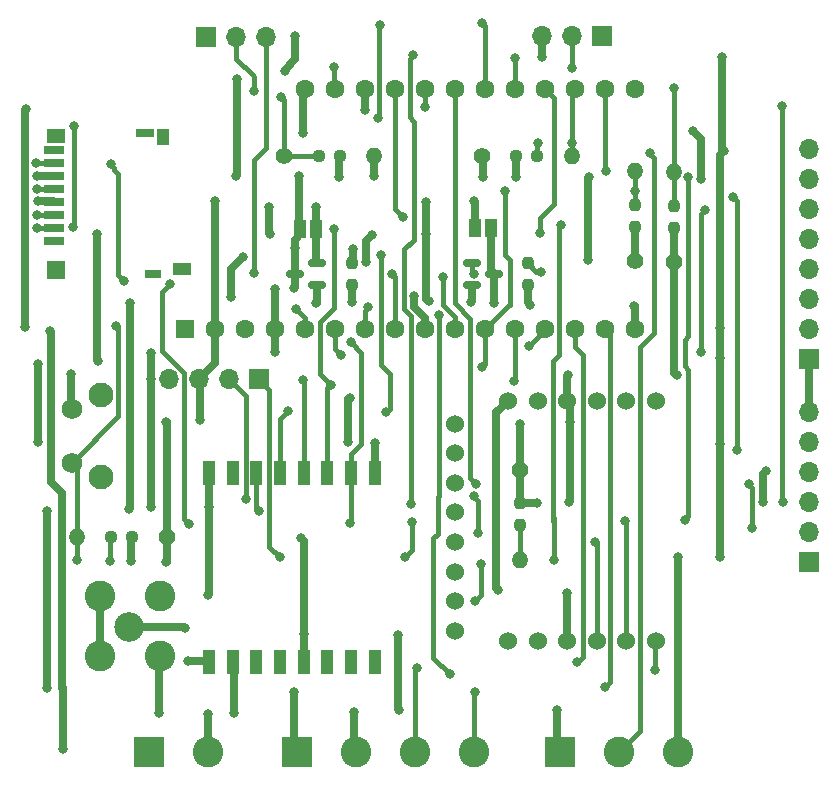
<source format=gbr>
%TF.GenerationSoftware,KiCad,Pcbnew,6.0.10-86aedd382b~118~ubuntu22.04.1*%
%TF.CreationDate,2023-05-06T01:16:59-04:00*%
%TF.ProjectId,sweet-p,73776565-742d-4702-9e6b-696361645f70,rev?*%
%TF.SameCoordinates,Original*%
%TF.FileFunction,Copper,L1,Top*%
%TF.FilePolarity,Positive*%
%FSLAX46Y46*%
G04 Gerber Fmt 4.6, Leading zero omitted, Abs format (unit mm)*
G04 Created by KiCad (PCBNEW 6.0.10-86aedd382b~118~ubuntu22.04.1) date 2023-05-06 01:16:59*
%MOMM*%
%LPD*%
G01*
G04 APERTURE LIST*
G04 Aperture macros list*
%AMRoundRect*
0 Rectangle with rounded corners*
0 $1 Rounding radius*
0 $2 $3 $4 $5 $6 $7 $8 $9 X,Y pos of 4 corners*
0 Add a 4 corners polygon primitive as box body*
4,1,4,$2,$3,$4,$5,$6,$7,$8,$9,$2,$3,0*
0 Add four circle primitives for the rounded corners*
1,1,$1+$1,$2,$3*
1,1,$1+$1,$4,$5*
1,1,$1+$1,$6,$7*
1,1,$1+$1,$8,$9*
0 Add four rect primitives between the rounded corners*
20,1,$1+$1,$2,$3,$4,$5,0*
20,1,$1+$1,$4,$5,$6,$7,0*
20,1,$1+$1,$6,$7,$8,$9,0*
20,1,$1+$1,$8,$9,$2,$3,0*%
G04 Aperture macros list end*
%TA.AperFunction,ComponentPad*%
%ADD10C,1.524000*%
%TD*%
%TA.AperFunction,SMDPad,CuDef*%
%ADD11RoundRect,0.237500X0.237500X-0.250000X0.237500X0.250000X-0.237500X0.250000X-0.237500X-0.250000X0*%
%TD*%
%TA.AperFunction,ComponentPad*%
%ADD12C,2.100000*%
%TD*%
%TA.AperFunction,ComponentPad*%
%ADD13C,1.750000*%
%TD*%
%TA.AperFunction,SMDPad,CuDef*%
%ADD14RoundRect,0.237500X-0.237500X0.250000X-0.237500X-0.250000X0.237500X-0.250000X0.237500X0.250000X0*%
%TD*%
%TA.AperFunction,SMDPad,CuDef*%
%ADD15RoundRect,0.150000X-0.587500X-0.150000X0.587500X-0.150000X0.587500X0.150000X-0.587500X0.150000X0*%
%TD*%
%TA.AperFunction,ComponentPad*%
%ADD16R,2.600000X2.600000*%
%TD*%
%TA.AperFunction,ComponentPad*%
%ADD17C,2.600000*%
%TD*%
%TA.AperFunction,ComponentPad*%
%ADD18C,1.400000*%
%TD*%
%TA.AperFunction,ComponentPad*%
%ADD19O,1.400000X1.400000*%
%TD*%
%TA.AperFunction,ComponentPad*%
%ADD20C,2.500000*%
%TD*%
%TA.AperFunction,SMDPad,CuDef*%
%ADD21R,1.750000X0.700000*%
%TD*%
%TA.AperFunction,SMDPad,CuDef*%
%ADD22R,1.500000X1.300000*%
%TD*%
%TA.AperFunction,SMDPad,CuDef*%
%ADD23R,1.500000X0.800000*%
%TD*%
%TA.AperFunction,SMDPad,CuDef*%
%ADD24R,1.400000X0.800000*%
%TD*%
%TA.AperFunction,SMDPad,CuDef*%
%ADD25R,1.500000X1.500000*%
%TD*%
%TA.AperFunction,SMDPad,CuDef*%
%ADD26R,1.550000X1.000000*%
%TD*%
%TA.AperFunction,SMDPad,CuDef*%
%ADD27R,1.000000X1.450000*%
%TD*%
%TA.AperFunction,SMDPad,CuDef*%
%ADD28RoundRect,0.150000X0.587500X0.150000X-0.587500X0.150000X-0.587500X-0.150000X0.587500X-0.150000X0*%
%TD*%
%TA.AperFunction,SMDPad,CuDef*%
%ADD29RoundRect,0.237500X-0.250000X-0.237500X0.250000X-0.237500X0.250000X0.237500X-0.250000X0.237500X0*%
%TD*%
%TA.AperFunction,ComponentPad*%
%ADD30R,1.700000X1.700000*%
%TD*%
%TA.AperFunction,ComponentPad*%
%ADD31O,1.700000X1.700000*%
%TD*%
%TA.AperFunction,SMDPad,CuDef*%
%ADD32R,1.000000X2.000000*%
%TD*%
%TA.AperFunction,SMDPad,CuDef*%
%ADD33R,1.000000X1.500000*%
%TD*%
%TA.AperFunction,ComponentPad*%
%ADD34R,1.600000X1.600000*%
%TD*%
%TA.AperFunction,ComponentPad*%
%ADD35C,1.600000*%
%TD*%
%TA.AperFunction,ViaPad*%
%ADD36C,0.800000*%
%TD*%
%TA.AperFunction,Conductor*%
%ADD37C,0.400000*%
%TD*%
%TA.AperFunction,Conductor*%
%ADD38C,0.700000*%
%TD*%
G04 APERTURE END LIST*
D10*
%TO.P,U3,1,GND*%
%TO.N,GND_1*%
X42625000Y-33162500D03*
%TO.P,U3,2,PPS*%
%TO.N,unconnected-(U3-Pad2)*%
X45125000Y-33162500D03*
%TO.P,U3,3,VIN*%
%TO.N,+3V3*%
X47625000Y-33162500D03*
%TO.P,U3,4,RXT*%
%TO.N,unconnected-(U3-Pad4)*%
X50125000Y-33162500D03*
%TO.P,U3,5,TXO*%
%TO.N,unconnected-(U3-Pad5)*%
X52625000Y-33162500D03*
%TO.P,U3,6,WAKE*%
%TO.N,unconnected-(U3-Pad6)*%
X55125000Y-33162500D03*
%TO.P,U3,7,RST*%
%TO.N,GPS_RST*%
X55125000Y-53482500D03*
%TO.P,U3,8,SDA*%
%TO.N,SDA*%
X52625000Y-53482500D03*
%TO.P,U3,9,SCL*%
%TO.N,SCL*%
X50125000Y-53482500D03*
%TO.P,U3,10,GND*%
%TO.N,GND_1*%
X47625000Y-53482500D03*
%TO.P,U3,11,3V*%
%TO.N,unconnected-(U3-Pad11)*%
X45125000Y-53482500D03*
%TO.P,U3,12,VIN*%
%TO.N,unconnected-(U3-Pad12)*%
X42625000Y-53482500D03*
%TD*%
D11*
%TO.P,R4,1*%
%TO.N,+3V3*%
X56700000Y-18512500D03*
%TO.P,R4,2*%
%TO.N,SDA*%
X56700000Y-16687500D03*
%TD*%
D12*
%TO.P,SW1,*%
%TO.N,*%
X8152500Y-32615000D03*
X8152500Y-39625000D03*
D13*
%TO.P,SW1,1,1*%
%TO.N,BUT_A*%
X5662500Y-38375000D03*
%TO.P,SW1,2,2*%
%TO.N,GND*%
X5662500Y-33875000D03*
%TD*%
D14*
%TO.P,R13,1*%
%TO.N,+3V3*%
X43600000Y-41797500D03*
%TO.P,R13,2*%
%TO.N,RTC_INT*%
X43600000Y-43622500D03*
%TD*%
D15*
%TO.P,Q2,1,G*%
%TO.N,GND_2_EN*%
X39562500Y-21450000D03*
%TO.P,Q2,2,D*%
%TO.N,GND_2*%
X39562500Y-23350000D03*
%TO.P,Q2,3,S*%
%TO.N,GND*%
X41437500Y-22400000D03*
%TD*%
D16*
%TO.P,J6,1,Pin_1*%
%TO.N,VBUS*%
X12200000Y-62875000D03*
D17*
%TO.P,J6,2,Pin_2*%
%TO.N,GND*%
X17200000Y-62875000D03*
%TD*%
D11*
%TO.P,R12,1*%
%TO.N,GND_1_EN*%
X29400000Y-23312500D03*
%TO.P,R12,2*%
%TO.N,GND*%
X29400000Y-21487500D03*
%TD*%
D18*
%TO.P,R1,1*%
%TO.N,+3V3*%
X40390000Y-12400000D03*
D19*
%TO.P,R1,2*%
%TO.N,ONEWIRE*%
X48010000Y-12400000D03*
%TD*%
D17*
%TO.P,AE1,1,A*%
%TO.N,GND*%
X13140000Y-54790000D03*
X13140000Y-49710000D03*
X8060000Y-54790000D03*
X8060000Y-49710000D03*
D20*
%TO.P,AE1,2,Shield*%
%TO.N,Net-(U1-Pad9)*%
X10500000Y-52325000D03*
%TD*%
D21*
%TO.P,J5,1,DAT2*%
%TO.N,unconnected-(J5-Pad1)*%
X4200000Y-19600000D03*
%TO.P,J5,2,DAT3/CD*%
%TO.N,SD_CS*%
X4200000Y-18500000D03*
%TO.P,J5,3,CMD*%
%TO.N,MOSI*%
X4200000Y-17400000D03*
%TO.P,J5,4,VDD*%
%TO.N,+3V3*%
X4200000Y-16300000D03*
%TO.P,J5,5,CLK*%
%TO.N,SCK*%
X4200000Y-15200000D03*
%TO.P,J5,6,VSS*%
%TO.N,GND*%
X4200000Y-14100000D03*
%TO.P,J5,7,DAT0*%
%TO.N,MISO*%
X4200000Y-13000000D03*
%TO.P,J5,8,DAT1*%
%TO.N,unconnected-(J5-Pad8)*%
X4200000Y-11900000D03*
D22*
%TO.P,J5,9,SHIELD*%
%TO.N,unconnected-(J5-Pad9)*%
X4325000Y-10700000D03*
D23*
%TO.P,J5,10*%
%TO.N,N/C*%
X11925000Y-10450000D03*
D24*
%TO.P,J5,11*%
X12575000Y-22400000D03*
D25*
%TO.P,J5,12*%
X4325000Y-22050000D03*
D26*
%TO.P,J5,A*%
X15000000Y-22000000D03*
D27*
%TO.P,J5,B*%
X13425000Y-10775000D03*
%TD*%
D28*
%TO.P,Q1,1,G*%
%TO.N,GND_1_EN*%
X26437500Y-23350000D03*
%TO.P,Q1,2,D*%
%TO.N,GND_1*%
X26437500Y-21450000D03*
%TO.P,Q1,3,S*%
%TO.N,GND*%
X24562500Y-22400000D03*
%TD*%
D29*
%TO.P,R10,1*%
%TO.N,Net-(J8-Pad2)*%
X26587500Y-12400000D03*
%TO.P,R10,2*%
%TO.N,GND*%
X28412500Y-12400000D03*
%TD*%
D30*
%TO.P,J8,1,Pin_1*%
%TO.N,unconnected-(J8-Pad1)*%
X17075000Y-2375000D03*
D31*
%TO.P,J8,2,Pin_2*%
%TO.N,Net-(J8-Pad2)*%
X19615000Y-2375000D03*
%TO.P,J8,3,Pin_3*%
%TO.N,WRITE_EN*%
X22155000Y-2375000D03*
%TD*%
D32*
%TO.P,U1,1,GND*%
%TO.N,GND*%
X31325000Y-39275000D03*
%TO.P,U1,2,MISO*%
%TO.N,MISO*%
X29325000Y-39275000D03*
%TO.P,U1,3,MOSI*%
%TO.N,MOSI*%
X27325000Y-39275000D03*
%TO.P,U1,4,SCK*%
%TO.N,SCK*%
X25325000Y-39275000D03*
%TO.P,U1,5,NSS*%
%TO.N,LORA_CS*%
X23325000Y-39275000D03*
%TO.P,U1,6,RESET*%
%TO.N,LORA_RST*%
X21325000Y-39275000D03*
%TO.P,U1,7,DIO5*%
%TO.N,unconnected-(U1-Pad7)*%
X19325000Y-39275000D03*
%TO.P,U1,8,GND*%
%TO.N,GND*%
X17325000Y-39275000D03*
%TO.P,U1,9,ANT*%
%TO.N,Net-(U1-Pad9)*%
X17325000Y-55275000D03*
%TO.P,U1,10,GND*%
%TO.N,GND*%
X19325000Y-55275000D03*
%TO.P,U1,11,DIO3*%
%TO.N,unconnected-(U1-Pad11)*%
X21325000Y-55275000D03*
%TO.P,U1,12,DIO4*%
%TO.N,unconnected-(U1-Pad12)*%
X23325000Y-55275000D03*
%TO.P,U1,13,3.3V*%
%TO.N,+3V3*%
X25325000Y-55275000D03*
%TO.P,U1,14,DIO0*%
%TO.N,unconnected-(U1-Pad14)*%
X27325000Y-55275000D03*
%TO.P,U1,15,DIO1*%
%TO.N,unconnected-(U1-Pad15)*%
X29325000Y-55275000D03*
%TO.P,U1,16,DIO2*%
%TO.N,unconnected-(U1-Pad16)*%
X31325000Y-55275000D03*
%TD*%
D18*
%TO.P,R3,1*%
%TO.N,+3V3*%
X56700000Y-21410000D03*
D19*
%TO.P,R3,2*%
%TO.N,SDA*%
X56700000Y-13790000D03*
%TD*%
D14*
%TO.P,R11,1*%
%TO.N,GND_2_EN*%
X44300000Y-21487500D03*
%TO.P,R11,2*%
%TO.N,GND*%
X44300000Y-23312500D03*
%TD*%
D33*
%TO.P,JP1,1,A*%
%TO.N,GND*%
X25050000Y-18600000D03*
%TO.P,JP1,2,B*%
%TO.N,GND_1*%
X26350000Y-18600000D03*
%TD*%
%TO.P,JP2,1,A*%
%TO.N,GND*%
X41150000Y-18500000D03*
%TO.P,JP2,2,B*%
%TO.N,GND_2*%
X39850000Y-18500000D03*
%TD*%
D18*
%TO.P,R9,1*%
%TO.N,Net-(J8-Pad2)*%
X23690000Y-12400000D03*
D19*
%TO.P,R9,2*%
%TO.N,GND*%
X31310000Y-12400000D03*
%TD*%
D16*
%TO.P,J1,1,Pin_1*%
%TO.N,+3V3*%
X47000000Y-62875000D03*
D17*
%TO.P,J1,2,Pin_2*%
%TO.N,ONEWIRE*%
X52000000Y-62875000D03*
%TO.P,J1,3,Pin_3*%
%TO.N,GND*%
X57000000Y-62875000D03*
%TD*%
D29*
%TO.P,R2,1*%
%TO.N,+3V3*%
X43287500Y-12400000D03*
%TO.P,R2,2*%
%TO.N,ONEWIRE*%
X45112500Y-12400000D03*
%TD*%
D16*
%TO.P,J7,1,Pin_1*%
%TO.N,GND_2*%
X24725000Y-62875000D03*
D17*
%TO.P,J7,2,Pin_2*%
%TO.N,+3V3*%
X29725000Y-62875000D03*
%TO.P,J7,3,Pin_3*%
%TO.N,RX*%
X34725000Y-62875000D03*
%TO.P,J7,4,Pin_4*%
%TO.N,TX*%
X39725000Y-62875000D03*
%TD*%
D18*
%TO.P,R6,1*%
%TO.N,+3V3*%
X53400000Y-21310000D03*
D19*
%TO.P,R6,2*%
%TO.N,SCL*%
X53400000Y-13690000D03*
%TD*%
D29*
%TO.P,R7,1*%
%TO.N,BUT_A*%
X8987500Y-44700000D03*
%TO.P,R7,2*%
%TO.N,+3V3*%
X10812500Y-44700000D03*
%TD*%
D30*
%TO.P,J4,1,Pin_1*%
%TO.N,GND*%
X68100000Y-29600000D03*
D31*
%TO.P,J4,2,Pin_2*%
%TO.N,unconnected-(J4-Pad2)*%
X68100000Y-27060000D03*
%TO.P,J4,3,Pin_3*%
%TO.N,unconnected-(J4-Pad3)*%
X68100000Y-24520000D03*
%TO.P,J4,4,Pin_4*%
%TO.N,unconnected-(J4-Pad4)*%
X68100000Y-21980000D03*
%TO.P,J4,5,Pin_5*%
%TO.N,unconnected-(J4-Pad5)*%
X68100000Y-19440000D03*
%TO.P,J4,6,Pin_6*%
%TO.N,SAT_EN*%
X68100000Y-16900000D03*
%TO.P,J4,7,Pin_7*%
%TO.N,VBAT*%
X68100000Y-14360000D03*
%TO.P,J4,8,Pin_8*%
%TO.N,GND*%
X68100000Y-11820000D03*
%TD*%
D18*
%TO.P,R14,1*%
%TO.N,+3V3*%
X43600000Y-39000000D03*
D19*
%TO.P,R14,2*%
%TO.N,RTC_INT*%
X43600000Y-46620000D03*
%TD*%
D11*
%TO.P,R5,1*%
%TO.N,+3V3*%
X53400000Y-18410000D03*
%TO.P,R5,2*%
%TO.N,SCL*%
X53400000Y-16585000D03*
%TD*%
D30*
%TO.P,J2,1,Pin_1*%
%TO.N,unconnected-(J2-Pad1)*%
X50600000Y-2300000D03*
D31*
%TO.P,J2,2,Pin_2*%
%TO.N,EN*%
X48060000Y-2300000D03*
%TO.P,J2,3,Pin_3*%
%TO.N,GND*%
X45520000Y-2300000D03*
%TD*%
D18*
%TO.P,R8,1*%
%TO.N,+3V3*%
X13710000Y-44700000D03*
D19*
%TO.P,R8,2*%
%TO.N,BUT_A*%
X6090000Y-44700000D03*
%TD*%
D31*
%TO.P,U2,1,GND*%
%TO.N,GND*%
X13880000Y-31300000D03*
%TO.P,U2,2,3V3*%
%TO.N,+3V3*%
X16420000Y-31300000D03*
%TO.P,U2,3,SCL*%
%TO.N,SCL*%
X18960000Y-31300000D03*
D30*
%TO.P,U2,4,SDA*%
%TO.N,SDA*%
X21500000Y-31300000D03*
%TD*%
%TO.P,J3,1,Pin_1*%
%TO.N,unconnected-(J3-Pad1)*%
X68100000Y-46800000D03*
D31*
%TO.P,J3,2,Pin_2*%
%TO.N,RX2*%
X68100000Y-44260000D03*
%TO.P,J3,3,Pin_3*%
%TO.N,TX2*%
X68100000Y-41720000D03*
%TO.P,J3,4,Pin_4*%
%TO.N,+3V3*%
X68100000Y-39180000D03*
%TO.P,J3,5,Pin_5*%
%TO.N,unconnected-(J3-Pad5)*%
X68100000Y-36640000D03*
%TO.P,J3,6,Pin_6*%
%TO.N,GND*%
X68100000Y-34100000D03*
%TD*%
D34*
%TO.P,A1,1,~{RESET}*%
%TO.N,unconnected-(A1-Pad1)*%
X15250000Y-27052500D03*
D35*
%TO.P,A1,2,3V3*%
%TO.N,+3V3*%
X17790000Y-27052500D03*
%TO.P,A1,3,AREF*%
%TO.N,unconnected-(A1-Pad3)*%
X20330000Y-27052500D03*
%TO.P,A1,4,GND*%
%TO.N,GND*%
X22870000Y-27052500D03*
%TO.P,A1,5,DAC0/A0*%
%TO.N,BUT_A*%
X25410000Y-27052500D03*
%TO.P,A1,6,A1*%
%TO.N,SAT_EN*%
X27950000Y-27052500D03*
%TO.P,A1,7,A2*%
%TO.N,GPS_RST*%
X30490000Y-27052500D03*
%TO.P,A1,8,A3*%
%TO.N,WRITE_EN*%
X33030000Y-27052500D03*
%TO.P,A1,9,A4*%
%TO.N,GND_1_EN*%
X35570000Y-27052500D03*
%TO.P,A1,10,A5*%
%TO.N,GND_2_EN*%
X38110000Y-27052500D03*
%TO.P,A1,11,SCK/D24*%
%TO.N,SCK*%
X40650000Y-27052500D03*
%TO.P,A1,12,MOSI/D23*%
%TO.N,MOSI*%
X43190000Y-27052500D03*
%TO.P,A1,13,MISO/D22*%
%TO.N,MISO*%
X45730000Y-27052500D03*
%TO.P,A1,14,RX/D0*%
%TO.N,RX*%
X48270000Y-27052500D03*
%TO.P,A1,15,TX/D1*%
%TO.N,TX*%
X50810000Y-27052500D03*
%TO.P,A1,16,GND*%
%TO.N,GND*%
X53350000Y-27052500D03*
%TO.P,A1,17,SDA/D20*%
%TO.N,SDA*%
X53350000Y-6732500D03*
%TO.P,A1,18,SCL/D21*%
%TO.N,SCL*%
X50810000Y-6732500D03*
%TO.P,A1,19,D5*%
%TO.N,ONEWIRE*%
X48270000Y-6732500D03*
%TO.P,A1,20,D6*%
%TO.N,LORA_CS*%
X45730000Y-6732500D03*
%TO.P,A1,21,D9*%
%TO.N,LORA_RST*%
X43190000Y-6732500D03*
%TO.P,A1,22,D10*%
%TO.N,SD_CS*%
X40650000Y-6732500D03*
%TO.P,A1,23,D11*%
%TO.N,RX2*%
X38110000Y-6732500D03*
%TO.P,A1,24,D12*%
%TO.N,TX2*%
X35570000Y-6732500D03*
%TO.P,A1,25,D13*%
%TO.N,RTC_INT*%
X33030000Y-6732500D03*
%TO.P,A1,26,USB*%
%TO.N,VBUS*%
X30490000Y-6732500D03*
%TO.P,A1,27,EN*%
%TO.N,EN*%
X27950000Y-6732500D03*
%TO.P,A1,28,VBAT*%
%TO.N,VBAT*%
X25410000Y-6732500D03*
%TD*%
D10*
%TO.P,U4,1,VIN*%
%TO.N,+3V3*%
X38105000Y-35100000D03*
%TO.P,U4,2,GND*%
%TO.N,GND*%
X38105000Y-37600000D03*
%TO.P,U4,3,SCL*%
%TO.N,SCL*%
X38105000Y-40100000D03*
%TO.P,U4,4,SDA*%
%TO.N,SDA*%
X38105000Y-42600000D03*
%TO.P,U4,5,VBAT*%
%TO.N,unconnected-(U4-Pad5)*%
X38105000Y-45100000D03*
%TO.P,U4,6,32K*%
%TO.N,unconnected-(U4-Pad6)*%
X38105000Y-47600000D03*
%TO.P,U4,7,SQW*%
%TO.N,RTC_INT*%
X38105000Y-50100000D03*
%TO.P,U4,8,RST*%
%TO.N,unconnected-(U4-Pad8)*%
X38105000Y-52600000D03*
%TD*%
D36*
%TO.N,RX2*%
X63300000Y-43900000D03*
X63000000Y-40200000D03*
%TO.N,TX2*%
X65900000Y-41700000D03*
%TO.N,+3V3*%
X64500000Y-39100000D03*
X64220000Y-41720000D03*
%TO.N,GND_2*%
X30600000Y-21400000D03*
X20200000Y-21000000D03*
X31100000Y-19100000D03*
X35700000Y-19000000D03*
X19200000Y-24400000D03*
%TO.N,MISO*%
X29300000Y-28200000D03*
%TO.N,GND_1_EN*%
X34700000Y-24300000D03*
X29400000Y-24800000D03*
X26400000Y-24900000D03*
%TO.N,BUT_A*%
X8900000Y-46700000D03*
X6100000Y-46600000D03*
%TO.N,Net-(J8-Pad2)*%
X23400000Y-7400000D03*
X21100000Y-6900000D03*
%TO.N,GND_2_EN*%
X37100000Y-22700000D03*
%TO.N,GND_2*%
X35900000Y-24700000D03*
X35700000Y-16300000D03*
%TO.N,GND_2_EN*%
X45400000Y-22200000D03*
X39700000Y-22400000D03*
%TO.N,GPS_RST*%
X55100000Y-55900000D03*
X37700000Y-56300000D03*
%TO.N,SDA*%
X34500000Y-43400000D03*
X33900000Y-46400000D03*
%TO.N,GPS_RST*%
X30800000Y-25200000D03*
X36800000Y-25900000D03*
%TO.N,LORA_CS*%
X32300000Y-34112000D03*
%TO.N,BUT_A*%
X9400000Y-26800000D03*
X24700000Y-25400000D03*
%TO.N,SCL*%
X53400000Y-15400000D03*
X62000000Y-37300000D03*
X61700000Y-15900000D03*
%TO.N,SAT_EN*%
X59000000Y-29000000D03*
%TO.N,SDA*%
X57600000Y-43200000D03*
X57900000Y-14200000D03*
X52500000Y-43300000D03*
%TO.N,SCL*%
X50000000Y-45100000D03*
X39700000Y-41200000D03*
X40100000Y-44300000D03*
%TO.N,SDA*%
X23300000Y-46400000D03*
%TO.N,SCL*%
X20400000Y-41500000D03*
%TO.N,ONEWIRE*%
X54600000Y-12200000D03*
%TO.N,LORA_CS*%
X45300000Y-18900000D03*
X31900000Y-20800000D03*
X24000000Y-34000000D03*
%TO.N,ONEWIRE*%
X45200000Y-11300000D03*
X48010000Y-11290000D03*
%TO.N,MOSI*%
X2700000Y-17400000D03*
X27900000Y-18600000D03*
%TO.N,MISO*%
X44400000Y-28500000D03*
%TO.N,MOSI*%
X43100000Y-31500000D03*
X27600000Y-31800000D03*
%TO.N,MISO*%
X10100000Y-23000000D03*
X29200000Y-43500000D03*
X9000000Y-13100000D03*
X15600000Y-43600000D03*
X14012707Y-23250500D03*
X2649500Y-13000000D03*
%TO.N,SCK*%
X25300000Y-31400000D03*
X40400000Y-30300000D03*
X42400000Y-15400000D03*
X2700000Y-15200000D03*
%TO.N,SD_CS*%
X2700000Y-18500000D03*
X5800000Y-18400000D03*
%TO.N,GND*%
X2700000Y-14100000D03*
%TO.N,+3V3*%
X2800000Y-16200000D03*
%TO.N,SD_CS*%
X31600000Y-9200000D03*
X5900000Y-9900000D03*
X31800000Y-1300000D03*
X40400000Y-1200000D03*
%TO.N,Net-(U1-Pad9)*%
X15500000Y-55200000D03*
X15300000Y-52400000D03*
%TO.N,LORA_RST*%
X43200000Y-4100000D03*
X21500000Y-42500000D03*
X34600000Y-3900000D03*
X34400000Y-41900000D03*
%TO.N,RTC_INT*%
X39800000Y-50100000D03*
X40300000Y-47000000D03*
%TO.N,RX*%
X34900000Y-55800000D03*
X48500000Y-55300000D03*
%TO.N,TX*%
X39800000Y-57800000D03*
X50800000Y-57400000D03*
%TO.N,SAT_EN*%
X59300000Y-17000000D03*
X28500000Y-29300000D03*
%TO.N,RX2*%
X39900000Y-40200000D03*
%TO.N,TX2*%
X65800000Y-8200000D03*
X35600000Y-8300000D03*
%TO.N,RTC_INT*%
X46500000Y-46600000D03*
X47100000Y-18300000D03*
X33700000Y-17600000D03*
%TO.N,WRITE_EN*%
X32800000Y-22400000D03*
X21100000Y-22300000D03*
%TO.N,SDA*%
X56700000Y-6700000D03*
%TO.N,SCL*%
X50900000Y-13700000D03*
%TO.N,EN*%
X27900000Y-4900000D03*
X48000000Y-4949500D03*
%TO.N,GND*%
X60700000Y-4000000D03*
X45500000Y-4000000D03*
%TO.N,GND_1*%
X22500000Y-19000000D03*
X26400000Y-16700000D03*
X22400000Y-16700000D03*
X7800000Y-19000000D03*
%TO.N,+3V3*%
X49500000Y-14200000D03*
X49400000Y-21200000D03*
X40500000Y-14200000D03*
X43300000Y-14200000D03*
%TO.N,VBUS*%
X1700000Y-26900000D03*
X1800000Y-8400000D03*
X30500000Y-8500000D03*
X4900000Y-62600000D03*
X3800000Y-27200000D03*
%TO.N,GND*%
X22900000Y-23700000D03*
X24500000Y-23600000D03*
X22900000Y-29000000D03*
X12400000Y-29100000D03*
X5600000Y-30900000D03*
X12400000Y-31300000D03*
X12400000Y-42100000D03*
X17325000Y-42175000D03*
%TO.N,GND_1*%
X47600000Y-49400000D03*
X41800000Y-49200000D03*
X29200000Y-32900000D03*
X29100000Y-36600000D03*
X2800000Y-36600000D03*
X7900000Y-29800000D03*
X2800000Y-30000000D03*
%TO.N,+3V3*%
X56900000Y-31000000D03*
X47700000Y-31000000D03*
X45100000Y-41800000D03*
X47800000Y-41700000D03*
X47900000Y-34900000D03*
X43600000Y-35100000D03*
X46800000Y-59300000D03*
X29600000Y-59500000D03*
X33300000Y-53000000D03*
X33400000Y-59300000D03*
X25325000Y-52875000D03*
%TO.N,GND*%
X17200000Y-49600000D03*
X13100000Y-59600000D03*
%TO.N,+3V3*%
X10700000Y-46700000D03*
X13700000Y-46800000D03*
X25100000Y-44800000D03*
%TO.N,GND_2*%
X24500000Y-57800000D03*
X3600000Y-57500000D03*
X10600000Y-24900000D03*
X10500000Y-42300000D03*
X3600000Y-42500000D03*
%TO.N,GND*%
X19400000Y-59600000D03*
X17200000Y-59700000D03*
X41400000Y-24900000D03*
%TO.N,GND_2*%
X39700000Y-16200000D03*
X39500000Y-24800000D03*
%TO.N,GND*%
X29500000Y-20300000D03*
X24562500Y-20237500D03*
%TO.N,+3V3*%
X13700000Y-34900000D03*
X16500000Y-34800000D03*
%TO.N,GND*%
X31400000Y-36700000D03*
X60600000Y-36800000D03*
X57000000Y-46400000D03*
X60600000Y-46400000D03*
X44500000Y-25000000D03*
X53300000Y-25100000D03*
X60600000Y-27000000D03*
X60600000Y-29500000D03*
%TO.N,VBAT*%
X59000000Y-14400000D03*
X25300000Y-10500000D03*
X58300000Y-10300000D03*
%TO.N,GND*%
X60900000Y-12000000D03*
X19700000Y-5900000D03*
X23700000Y-5200000D03*
X19600000Y-14100000D03*
X24600000Y-2300000D03*
X31300000Y-14100000D03*
X28300000Y-14200000D03*
X24900000Y-14100000D03*
%TO.N,+3V3*%
X17800000Y-16200000D03*
%TD*%
D37*
%TO.N,RX2*%
X63300000Y-43900000D02*
X63300000Y-40500000D01*
X63300000Y-40500000D02*
X63000000Y-40200000D01*
%TO.N,TX2*%
X65800000Y-41600000D02*
X65900000Y-41700000D01*
X65800000Y-39100000D02*
X65800000Y-41600000D01*
D38*
%TO.N,+3V3*%
X64220000Y-39380000D02*
X64500000Y-39100000D01*
X64220000Y-41720000D02*
X64220000Y-39380000D01*
%TO.N,GND*%
X68100000Y-29600000D02*
X68100000Y-34100000D01*
%TO.N,GND_2*%
X35700000Y-19000000D02*
X35700000Y-24500000D01*
X30600000Y-19600000D02*
X31100000Y-19100000D01*
X35700000Y-16300000D02*
X35700000Y-19000000D01*
X19200000Y-22000000D02*
X20200000Y-21000000D01*
X19200000Y-24400000D02*
X19200000Y-22000000D01*
X30600000Y-21400000D02*
X30600000Y-19600000D01*
X39562500Y-23350000D02*
X39562500Y-24737500D01*
X39562500Y-24737500D02*
X39500000Y-24800000D01*
X35700000Y-24500000D02*
X35900000Y-24700000D01*
X39850000Y-18500000D02*
X39850000Y-16350000D01*
X39850000Y-16350000D02*
X39700000Y-16200000D01*
%TO.N,+3V3*%
X43600000Y-39000000D02*
X43600000Y-41797500D01*
D37*
%TO.N,Net-(J8-Pad2)*%
X26587500Y-12400000D02*
X23690000Y-12400000D01*
%TO.N,MISO*%
X30200000Y-36800000D02*
X29325000Y-37675000D01*
X29300000Y-28200000D02*
X30200000Y-29100000D01*
X29325000Y-37675000D02*
X29325000Y-39275000D01*
X30200000Y-29100000D02*
X30200000Y-36800000D01*
D38*
%TO.N,GND_1_EN*%
X35570000Y-26109340D02*
X35570000Y-27052500D01*
X34700000Y-24300000D02*
X34700000Y-25239340D01*
X34700000Y-25239340D02*
X35570000Y-26109340D01*
D37*
%TO.N,LORA_RST*%
X34230000Y-19970000D02*
X34350000Y-19850000D01*
X34350000Y-19850000D02*
X34250000Y-19850000D01*
X34350000Y-19850000D02*
X34600000Y-19600000D01*
X34250000Y-19850000D02*
X33800000Y-20300000D01*
X33800000Y-20300000D02*
X33800000Y-25400000D01*
X34370000Y-41870000D02*
X34400000Y-41900000D01*
X33800000Y-25400000D02*
X34370000Y-25970000D01*
X34370000Y-25970000D02*
X34370000Y-41870000D01*
D38*
%TO.N,GND_1_EN*%
X26437500Y-23350000D02*
X26437500Y-24862500D01*
X26437500Y-24862500D02*
X26400000Y-24900000D01*
X29400000Y-24800000D02*
X29400000Y-23312500D01*
D37*
%TO.N,GND_2_EN*%
X37100000Y-25000000D02*
X37100000Y-22700000D01*
X38110000Y-27052500D02*
X38110000Y-26010000D01*
X38110000Y-26010000D02*
X37100000Y-25000000D01*
X37100000Y-22700000D02*
X37100000Y-23100000D01*
X37100000Y-23100000D02*
X37100000Y-24000000D01*
X37100000Y-25000000D02*
X37100000Y-23100000D01*
%TO.N,BUT_A*%
X8900000Y-46700000D02*
X8900000Y-44787500D01*
X6090000Y-44700000D02*
X6090000Y-46590000D01*
X6090000Y-46590000D02*
X6100000Y-46600000D01*
X8900000Y-44787500D02*
X8987500Y-44700000D01*
%TO.N,Net-(J8-Pad2)*%
X21100000Y-5700000D02*
X21100000Y-6900000D01*
X21000000Y-5600000D02*
X21100000Y-5700000D01*
X19615000Y-2375000D02*
X19615000Y-4215000D01*
X19615000Y-4215000D02*
X21000000Y-5600000D01*
X23400000Y-7400000D02*
X23690000Y-7690000D01*
X23690000Y-7690000D02*
X23690000Y-12400000D01*
%TO.N,GND_2_EN*%
X37100000Y-24000000D02*
X37100000Y-24400000D01*
X37100000Y-25000000D02*
X37100000Y-24000000D01*
%TO.N,RX2*%
X39900000Y-40200000D02*
X39400000Y-39700000D01*
X39400000Y-39700000D02*
X39400000Y-26200000D01*
X38110000Y-23990000D02*
X38110000Y-6732500D01*
X39400000Y-26200000D02*
X38100000Y-24900000D01*
X38100000Y-24900000D02*
X38100000Y-24000000D01*
X38100000Y-24000000D02*
X38110000Y-23990000D01*
%TO.N,GND_2_EN*%
X45012500Y-22200000D02*
X44300000Y-21487500D01*
X39562500Y-22262500D02*
X39700000Y-22400000D01*
X39562500Y-21450000D02*
X39562500Y-22262500D01*
X45400000Y-22200000D02*
X45012500Y-22200000D01*
%TO.N,GPS_RST*%
X36700000Y-44400000D02*
X36300000Y-44800000D01*
X55100000Y-53507500D02*
X55125000Y-53482500D01*
X36700000Y-41300000D02*
X36700000Y-44400000D01*
X36300000Y-44800000D02*
X36300000Y-54900000D01*
X36300000Y-54900000D02*
X37700000Y-56300000D01*
X55100000Y-55900000D02*
X55100000Y-53507500D01*
%TO.N,SDA*%
X34500000Y-43400000D02*
X34500000Y-45800000D01*
X34500000Y-45800000D02*
X33900000Y-46400000D01*
%TO.N,GPS_RST*%
X36770000Y-25930000D02*
X36770000Y-41230000D01*
X36770000Y-41230000D02*
X36700000Y-41300000D01*
X30490000Y-25510000D02*
X30800000Y-25200000D01*
X36800000Y-25900000D02*
X36770000Y-25930000D01*
X30490000Y-27052500D02*
X30490000Y-25510000D01*
%TO.N,LORA_CS*%
X32600000Y-33812000D02*
X32300000Y-34112000D01*
X32600000Y-30900000D02*
X32600000Y-33812000D01*
X31830000Y-20870000D02*
X31830000Y-30130000D01*
X31830000Y-30130000D02*
X32600000Y-30900000D01*
%TO.N,BUT_A*%
X6090000Y-44700000D02*
X6090000Y-38802500D01*
X6090000Y-38802500D02*
X5662500Y-38375000D01*
X5662500Y-38375000D02*
X9602500Y-34435000D01*
X9602500Y-34435000D02*
X9602500Y-27002500D01*
X9602500Y-27002500D02*
X9400000Y-26800000D01*
X25410000Y-27052500D02*
X25410000Y-26110000D01*
X25410000Y-26110000D02*
X24700000Y-25400000D01*
%TO.N,SCL*%
X62000000Y-37300000D02*
X62000000Y-16200000D01*
X62000000Y-16200000D02*
X61700000Y-15900000D01*
X53400000Y-13690000D02*
X53400000Y-15400000D01*
X53400000Y-15400000D02*
X53400000Y-16585000D01*
%TO.N,SAT_EN*%
X59000000Y-29000000D02*
X59000000Y-17300000D01*
X59000000Y-17300000D02*
X59300000Y-17000000D01*
%TO.N,SDA*%
X57900000Y-42900000D02*
X57600000Y-43200000D01*
X57900000Y-14200000D02*
X57900000Y-27700000D01*
X57900000Y-27700000D02*
X57600000Y-28000000D01*
X57600000Y-30200000D02*
X57900000Y-30500000D01*
X57900000Y-30500000D02*
X57900000Y-42900000D01*
X57600000Y-28000000D02*
X57600000Y-30200000D01*
X52625000Y-43425000D02*
X52625000Y-53482500D01*
X52500000Y-43300000D02*
X52625000Y-43425000D01*
%TO.N,SCL*%
X40100000Y-41600000D02*
X39700000Y-41200000D01*
X40100000Y-44300000D02*
X40100000Y-41600000D01*
X50125000Y-53482500D02*
X50125000Y-45225000D01*
X50125000Y-45225000D02*
X50000000Y-45100000D01*
%TO.N,SDA*%
X22425000Y-40325000D02*
X22425000Y-45525000D01*
X22425000Y-45525000D02*
X23300000Y-46400000D01*
X21500000Y-31300000D02*
X22425000Y-32225000D01*
X22425000Y-32225000D02*
X22425000Y-40325000D01*
%TO.N,SCL*%
X18960000Y-31300000D02*
X20400000Y-32740000D01*
X20400000Y-32740000D02*
X20400000Y-41500000D01*
%TO.N,ONEWIRE*%
X55000000Y-27400000D02*
X55000000Y-17800000D01*
X54500000Y-27900000D02*
X55000000Y-27400000D01*
X52000000Y-62875000D02*
X53787000Y-61088000D01*
X53787000Y-61088000D02*
X53787000Y-28613000D01*
X55000000Y-17800000D02*
X55000000Y-12600000D01*
X53787000Y-28613000D02*
X54500000Y-27900000D01*
X55000000Y-12600000D02*
X54600000Y-12200000D01*
%TO.N,LORA_CS*%
X45300000Y-17700000D02*
X45300000Y-18900000D01*
X45800000Y-17200000D02*
X45300000Y-17700000D01*
X23325000Y-34675000D02*
X23325000Y-39275000D01*
X31900000Y-20800000D02*
X31830000Y-20870000D01*
X24000000Y-34000000D02*
X23325000Y-34675000D01*
X45730000Y-6732500D02*
X46500000Y-7502500D01*
X46500000Y-7502500D02*
X46500000Y-16500000D01*
X46500000Y-16500000D02*
X45800000Y-17200000D01*
%TO.N,ONEWIRE*%
X45112500Y-11387500D02*
X45200000Y-11300000D01*
X45112500Y-12400000D02*
X45112500Y-11387500D01*
X48010000Y-12400000D02*
X48010000Y-11290000D01*
X48010000Y-11290000D02*
X48010000Y-6992500D01*
X48010000Y-6992500D02*
X48270000Y-6732500D01*
%TO.N,MOSI*%
X27900000Y-18600000D02*
X27900000Y-25300000D01*
X4200000Y-17400000D02*
X2700000Y-17400000D01*
X26700000Y-30900000D02*
X27600000Y-31800000D01*
X27900000Y-25300000D02*
X26700000Y-26500000D01*
X26700000Y-26500000D02*
X26700000Y-30900000D01*
%TO.N,MISO*%
X45730000Y-27170000D02*
X44400000Y-28500000D01*
X45730000Y-27052500D02*
X45730000Y-27170000D01*
%TO.N,MOSI*%
X27325000Y-39275000D02*
X27325000Y-32075000D01*
X43100000Y-31500000D02*
X43190000Y-31410000D01*
X27325000Y-32075000D02*
X27600000Y-31800000D01*
X43190000Y-31410000D02*
X43190000Y-27052500D01*
%TO.N,MISO*%
X13300000Y-28912233D02*
X15170000Y-30782233D01*
X9300000Y-13400000D02*
X9300000Y-13600000D01*
X9000000Y-13100000D02*
X9300000Y-13400000D01*
X14012707Y-23250500D02*
X13300000Y-23963207D01*
X9602500Y-22502500D02*
X10100000Y-23000000D01*
X15170000Y-30782233D02*
X15170000Y-43170000D01*
X13300000Y-23963207D02*
X13300000Y-26000000D01*
X9602500Y-13902500D02*
X9602500Y-22502500D01*
X9300000Y-13600000D02*
X9602500Y-13902500D01*
X13300000Y-26000000D02*
X13300000Y-28912233D01*
X15170000Y-43170000D02*
X15600000Y-43600000D01*
X29200000Y-43500000D02*
X29325000Y-43375000D01*
X29325000Y-43375000D02*
X29325000Y-39275000D01*
X4200000Y-13000000D02*
X2649500Y-13000000D01*
%TO.N,SCK*%
X40650000Y-30050000D02*
X40400000Y-30300000D01*
X40650000Y-27052500D02*
X40650000Y-30050000D01*
X25325000Y-31425000D02*
X25325000Y-39275000D01*
X25300000Y-31400000D02*
X25325000Y-31425000D01*
X42800000Y-21200000D02*
X42800000Y-25000000D01*
X42400000Y-15400000D02*
X42400000Y-20800000D01*
X42400000Y-20800000D02*
X42800000Y-21200000D01*
X4200000Y-15200000D02*
X2700000Y-15200000D01*
X42800000Y-25000000D02*
X42702500Y-25000000D01*
X42702500Y-25000000D02*
X40650000Y-27052500D01*
%TO.N,SD_CS*%
X5900000Y-11100000D02*
X5900000Y-18300000D01*
X5900000Y-18300000D02*
X5800000Y-18400000D01*
X2700000Y-18500000D02*
X4200000Y-18500000D01*
D38*
%TO.N,GND*%
X2700000Y-14100000D02*
X4200000Y-14100000D01*
%TO.N,+3V3*%
X2800000Y-16200000D02*
X4100000Y-16200000D01*
X4100000Y-16200000D02*
X4200000Y-16300000D01*
D37*
%TO.N,SD_CS*%
X31800000Y-1300000D02*
X31690000Y-1410000D01*
X31690000Y-1410000D02*
X31690000Y-9110000D01*
X40650000Y-6732500D02*
X40650000Y-1450000D01*
X31690000Y-9110000D02*
X31600000Y-9200000D01*
X5900000Y-9900000D02*
X5900000Y-11100000D01*
X40650000Y-1450000D02*
X40400000Y-1200000D01*
D38*
%TO.N,Net-(U1-Pad9)*%
X10500000Y-52325000D02*
X15225000Y-52325000D01*
X15500000Y-55200000D02*
X17250000Y-55200000D01*
X15225000Y-52325000D02*
X15300000Y-52400000D01*
X17250000Y-55200000D02*
X17325000Y-55275000D01*
D37*
%TO.N,LORA_RST*%
X34400000Y-41900000D02*
X34230000Y-41730000D01*
X43200000Y-4100000D02*
X43200000Y-6722500D01*
X21325000Y-42325000D02*
X21500000Y-42500000D01*
X34300000Y-9100000D02*
X34300000Y-4200000D01*
X34300000Y-4200000D02*
X34600000Y-3900000D01*
X34600000Y-19600000D02*
X34700000Y-19500000D01*
X34700000Y-19500000D02*
X34700000Y-17100000D01*
X21325000Y-39275000D02*
X21325000Y-42325000D01*
X34700000Y-9500000D02*
X34300000Y-9100000D01*
X34700000Y-17100000D02*
X34700000Y-9500000D01*
X43200000Y-6722500D02*
X43190000Y-6732500D01*
%TO.N,RTC_INT*%
X40300000Y-49600000D02*
X39800000Y-50100000D01*
X40300000Y-47000000D02*
X40300000Y-49600000D01*
%TO.N,RX*%
X34725000Y-55975000D02*
X34725000Y-62875000D01*
X48270000Y-28570000D02*
X48900000Y-29200000D01*
X48270000Y-27052500D02*
X48270000Y-28570000D01*
X48900000Y-29200000D02*
X48963000Y-29263000D01*
X48963000Y-29263000D02*
X48963000Y-54837000D01*
X48963000Y-54837000D02*
X48500000Y-55300000D01*
X34900000Y-55800000D02*
X34725000Y-55975000D01*
%TO.N,TX*%
X50810000Y-27052500D02*
X51287000Y-27529500D01*
X51287000Y-27529500D02*
X51287000Y-56913000D01*
X51287000Y-56913000D02*
X50800000Y-57400000D01*
X39800000Y-57800000D02*
X39725000Y-57875000D01*
X39725000Y-57875000D02*
X39725000Y-62875000D01*
%TO.N,SDA*%
X56700000Y-13790000D02*
X56700000Y-16687500D01*
%TO.N,SAT_EN*%
X27950000Y-27052500D02*
X27950000Y-28750000D01*
X27950000Y-28750000D02*
X28500000Y-29300000D01*
%TO.N,TX2*%
X65800000Y-8200000D02*
X65800000Y-39100000D01*
X35570000Y-8270000D02*
X35600000Y-8300000D01*
X35570000Y-6732500D02*
X35570000Y-8270000D01*
%TO.N,RTC_INT*%
X43600000Y-43622500D02*
X43600000Y-46620000D01*
X46400000Y-29800000D02*
X46400000Y-43000000D01*
X46400000Y-43000000D02*
X46400000Y-43300000D01*
X46500000Y-46600000D02*
X46500000Y-43100000D01*
X46500000Y-43100000D02*
X46400000Y-43000000D01*
X33030000Y-6732500D02*
X33030000Y-16930000D01*
X33030000Y-16930000D02*
X33700000Y-17600000D01*
X47100000Y-18300000D02*
X46930000Y-18470000D01*
X46930000Y-29270000D02*
X46400000Y-29800000D01*
X46930000Y-18470000D02*
X46930000Y-29270000D01*
%TO.N,WRITE_EN*%
X22155000Y-11745000D02*
X21100000Y-12800000D01*
X22155000Y-2375000D02*
X22155000Y-11745000D01*
X21100000Y-12800000D02*
X21100000Y-22300000D01*
X32800000Y-22400000D02*
X33030000Y-22630000D01*
X33030000Y-22630000D02*
X33030000Y-27052500D01*
%TO.N,SDA*%
X56700000Y-13790000D02*
X56700000Y-6700000D01*
%TO.N,SCL*%
X50810000Y-13610000D02*
X50900000Y-13700000D01*
X50810000Y-6732500D02*
X50810000Y-13610000D01*
%TO.N,EN*%
X27900000Y-4900000D02*
X27900000Y-6682500D01*
X48060000Y-2300000D02*
X48060000Y-4889500D01*
X48060000Y-4889500D02*
X48000000Y-4949500D01*
X27900000Y-6682500D02*
X27950000Y-6732500D01*
D38*
%TO.N,GND*%
X60700000Y-4400000D02*
X60700000Y-4000000D01*
X45520000Y-3980000D02*
X45500000Y-4000000D01*
X45520000Y-2300000D02*
X45520000Y-3980000D01*
%TO.N,GND_1*%
X22400000Y-18900000D02*
X22500000Y-19000000D01*
X22400000Y-16700000D02*
X22400000Y-18900000D01*
X7800000Y-19000000D02*
X7800000Y-29700000D01*
X26350000Y-16750000D02*
X26400000Y-16700000D01*
X26350000Y-18600000D02*
X26350000Y-16750000D01*
%TO.N,+3V3*%
X56700000Y-18512500D02*
X56700000Y-21410000D01*
X49400000Y-14300000D02*
X49500000Y-14200000D01*
X49400000Y-21200000D02*
X49400000Y-14300000D01*
X53400000Y-18410000D02*
X53400000Y-21310000D01*
X43287500Y-12400000D02*
X43287500Y-14187500D01*
X40500000Y-12510000D02*
X40390000Y-12400000D01*
X43287500Y-14187500D02*
X43300000Y-14200000D01*
X40500000Y-14200000D02*
X40500000Y-12510000D01*
%TO.N,VBUS*%
X3900000Y-27300000D02*
X3800000Y-27200000D01*
X30500000Y-8500000D02*
X30500000Y-6742500D01*
X1700000Y-8500000D02*
X1800000Y-8400000D01*
X4840000Y-57440000D02*
X4840000Y-40960000D01*
X3900000Y-40020000D02*
X3900000Y-32900000D01*
X4900000Y-62600000D02*
X4900000Y-57500000D01*
X4900000Y-57500000D02*
X4840000Y-57440000D01*
X1700000Y-26900000D02*
X1700000Y-8500000D01*
X4840000Y-40960000D02*
X3900000Y-40020000D01*
X3900000Y-32900000D02*
X3900000Y-27300000D01*
X30500000Y-6742500D02*
X30490000Y-6732500D01*
%TO.N,GND*%
X24562500Y-22400000D02*
X24562500Y-23537500D01*
X24562500Y-23537500D02*
X24500000Y-23600000D01*
X22900000Y-23700000D02*
X22900000Y-27022500D01*
X22900000Y-27022500D02*
X22870000Y-27052500D01*
X22900000Y-27082500D02*
X22870000Y-27052500D01*
X12400000Y-31300000D02*
X12400000Y-29100000D01*
X22900000Y-29000000D02*
X22900000Y-27082500D01*
X5600000Y-30900000D02*
X5600000Y-33812500D01*
X5600000Y-33812500D02*
X5662500Y-33875000D01*
X12400000Y-42100000D02*
X12400000Y-31300000D01*
X17200000Y-49600000D02*
X17325000Y-49475000D01*
X17325000Y-49475000D02*
X17325000Y-39275000D01*
%TO.N,GND_1*%
X47600000Y-53457500D02*
X47625000Y-53482500D01*
X41600000Y-34100000D02*
X41600000Y-46100000D01*
X41900000Y-33800000D02*
X41600000Y-34100000D01*
X41600000Y-49000000D02*
X41800000Y-49200000D01*
X42625000Y-33162500D02*
X42537500Y-33162500D01*
X42537500Y-33162500D02*
X41900000Y-33800000D01*
X41600000Y-46100000D02*
X41600000Y-49000000D01*
X47600000Y-49400000D02*
X47600000Y-53457500D01*
X29100000Y-36600000D02*
X29100000Y-33000000D01*
X29100000Y-33000000D02*
X29200000Y-32900000D01*
X2800000Y-36200000D02*
X2800000Y-36600000D01*
X2800000Y-30000000D02*
X2800000Y-36200000D01*
X7800000Y-29700000D02*
X7900000Y-29800000D01*
%TO.N,+3V3*%
X47625000Y-33162500D02*
X47625000Y-31075000D01*
X56700000Y-30800000D02*
X56700000Y-21410000D01*
X47625000Y-31075000D02*
X47700000Y-31000000D01*
X56900000Y-31000000D02*
X56700000Y-30800000D01*
X45097500Y-41797500D02*
X45100000Y-41800000D01*
X43600000Y-41797500D02*
X45097500Y-41797500D01*
X47900000Y-41600000D02*
X47800000Y-41700000D01*
X47900000Y-34900000D02*
X47900000Y-41600000D01*
X47900000Y-34900000D02*
X47900000Y-33437500D01*
X47900000Y-33437500D02*
X47625000Y-33162500D01*
X43600000Y-35100000D02*
X43600000Y-39000000D01*
X46800000Y-62675000D02*
X47000000Y-62875000D01*
X46800000Y-59300000D02*
X46800000Y-62675000D01*
X33300000Y-53000000D02*
X33300000Y-59200000D01*
X33300000Y-59200000D02*
X33400000Y-59300000D01*
X29600000Y-59500000D02*
X29600000Y-62750000D01*
X29600000Y-62750000D02*
X29725000Y-62875000D01*
X25325000Y-45025000D02*
X25325000Y-52875000D01*
X25325000Y-55275000D02*
X25325000Y-52875000D01*
%TO.N,GND*%
X13100000Y-59600000D02*
X13100000Y-54830000D01*
X13100000Y-54830000D02*
X13140000Y-54790000D01*
X8060000Y-54790000D02*
X8060000Y-49710000D01*
%TO.N,+3V3*%
X10700000Y-44812500D02*
X10812500Y-44700000D01*
X13710000Y-44700000D02*
X13710000Y-46790000D01*
X13710000Y-46790000D02*
X13700000Y-46800000D01*
X10700000Y-46700000D02*
X10700000Y-44812500D01*
X25100000Y-44800000D02*
X25325000Y-45025000D01*
%TO.N,GND_2*%
X3600000Y-51000000D02*
X3600000Y-57500000D01*
X24500000Y-57800000D02*
X24500000Y-62650000D01*
X24500000Y-62650000D02*
X24725000Y-62875000D01*
X3600000Y-42500000D02*
X3600000Y-51000000D01*
X10600000Y-24900000D02*
X10600000Y-42200000D01*
X10600000Y-42200000D02*
X10500000Y-42300000D01*
%TO.N,GND*%
X17200000Y-62875000D02*
X17200000Y-59700000D01*
X19400000Y-59600000D02*
X19400000Y-55350000D01*
X19400000Y-55350000D02*
X19325000Y-55275000D01*
X41400000Y-24900000D02*
X41400000Y-22437500D01*
X41400000Y-22437500D02*
X41437500Y-22400000D01*
X44300000Y-23312500D02*
X44300000Y-24800000D01*
X44300000Y-24800000D02*
X44500000Y-25000000D01*
%TO.N,GND_1*%
X26350000Y-18600000D02*
X26350000Y-21362500D01*
X26350000Y-21362500D02*
X26437500Y-21450000D01*
%TO.N,GND*%
X29500000Y-21387500D02*
X29400000Y-21487500D01*
X29500000Y-20300000D02*
X29500000Y-21387500D01*
X25050000Y-18600000D02*
X25050000Y-19050000D01*
X25050000Y-19050000D02*
X24562500Y-19537500D01*
X24562500Y-19537500D02*
X24562500Y-22400000D01*
%TO.N,+3V3*%
X13710000Y-34910000D02*
X13700000Y-34900000D01*
X13710000Y-44700000D02*
X13710000Y-34910000D01*
X16500000Y-34800000D02*
X16500000Y-31380000D01*
X16500000Y-31380000D02*
X16420000Y-31300000D01*
%TO.N,GND*%
X31400000Y-39200000D02*
X31325000Y-39275000D01*
X31400000Y-36700000D02*
X31400000Y-39200000D01*
X60600000Y-46400000D02*
X60600000Y-36800000D01*
X60600000Y-36800000D02*
X60600000Y-29500000D01*
X57000000Y-62875000D02*
X57000000Y-46400000D01*
X53350000Y-27052500D02*
X53350000Y-25150000D01*
X53350000Y-25150000D02*
X53300000Y-25100000D01*
X60600000Y-29500000D02*
X60600000Y-27000000D01*
X60600000Y-27000000D02*
X60600000Y-12300000D01*
X60600000Y-12300000D02*
X60900000Y-12000000D01*
%TO.N,VBAT*%
X59000000Y-14400000D02*
X59000000Y-11000000D01*
X25300000Y-6842500D02*
X25410000Y-6732500D01*
X59000000Y-11000000D02*
X58300000Y-10300000D01*
X25300000Y-10500000D02*
X25300000Y-6842500D01*
%TO.N,GND*%
X60700000Y-11800000D02*
X60900000Y-12000000D01*
X60700000Y-4400000D02*
X60700000Y-11800000D01*
X19700000Y-14000000D02*
X19600000Y-14100000D01*
X23700000Y-5100000D02*
X23700000Y-5200000D01*
X19700000Y-5900000D02*
X19700000Y-14000000D01*
X24600000Y-4200000D02*
X23700000Y-5100000D01*
X24600000Y-2300000D02*
X24600000Y-4200000D01*
X41150000Y-18500000D02*
X41150000Y-22112500D01*
X41150000Y-22112500D02*
X41437500Y-22400000D01*
X31310000Y-14090000D02*
X31300000Y-14100000D01*
X31310000Y-12400000D02*
X31310000Y-14090000D01*
X28300000Y-14200000D02*
X28300000Y-12512500D01*
X28300000Y-12512500D02*
X28412500Y-12400000D01*
X24900000Y-14100000D02*
X24900000Y-18450000D01*
X24900000Y-18450000D02*
X25050000Y-18600000D01*
%TO.N,+3V3*%
X17790000Y-27052500D02*
X17790000Y-16210000D01*
X17790000Y-16210000D02*
X17800000Y-16200000D01*
X17790000Y-27052500D02*
X17790000Y-29930000D01*
X17790000Y-29930000D02*
X16420000Y-31300000D01*
%TD*%
M02*

</source>
